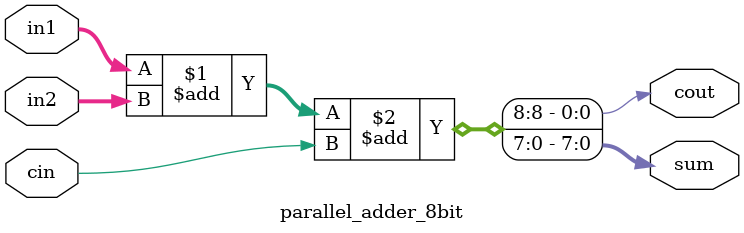
<source format=v>
module parallel_adder_8bit(sum,cout,in1,in2,cin);
input [7:0]in1,in2;
input cin;
output [7:0]sum;
output cout;

assign #10 {cout,sum} = in1+in2+cin;
endmodule

</source>
